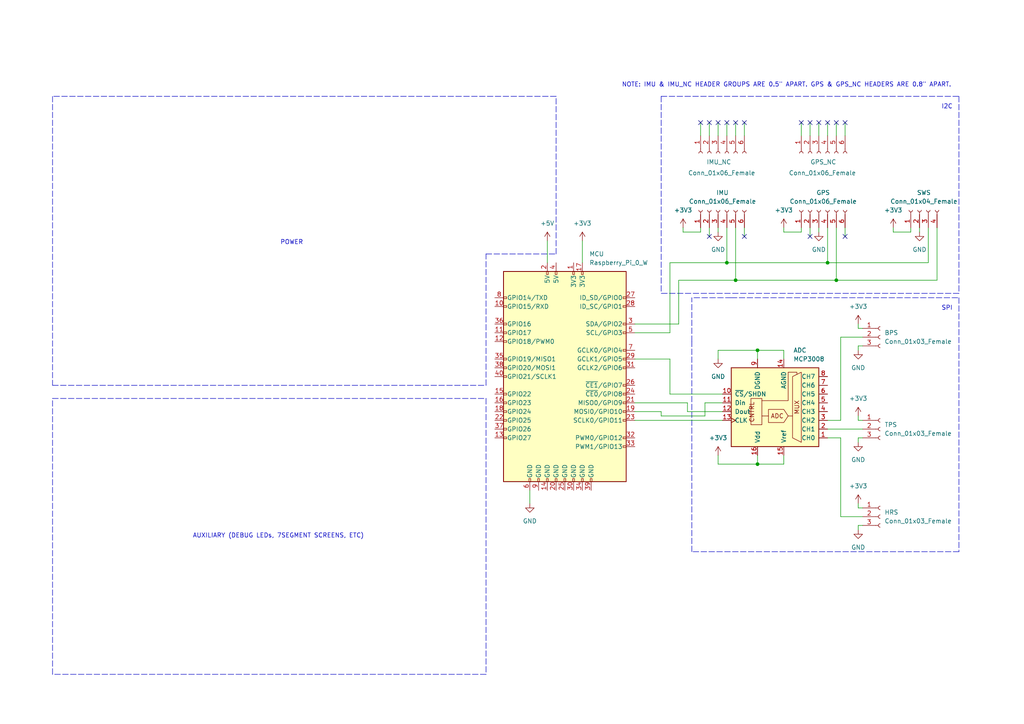
<source format=kicad_sch>
(kicad_sch (version 20211123) (generator eeschema)
  (paper "A4")
  (lib_symbols
    (symbol "Analog_ADC:MCP3008" (pin_names (offset 1.016))
      (property "Reference" "U" (at -5.08 13.335 0))
      (property "Value" "MCP3008" (at -5.08 11.43 0))
      (symbol "MCP3008_0_0"
        (text "ADC" (at -0.635 1.27 0) (effects (font (size 1.27 1.27))))
        (text "CNTRL" (at 5.969 -2.921 900) (effects (font (size 1.27 1.27)) (justify left bottom)))
        (text "MUX" (at -6.35 -1.27 900) (effects (font (size 1.27 1.27))))
      )
      (symbol "MCP3008_0_1"
        (polyline (pts (xy -3.81 1.27) (xy -5.08 1.27)))
        (polyline (pts (xy 1.905 1.27) (xy 3.81 1.27)))
        (polyline (pts (xy -7.62 8.89) (xy -7.62 -11.43) (xy -5.08 -10.16) (xy -5.08 7.62) (xy -7.62 8.89)))
        (polyline (pts (xy 3.81 -3.175) (xy -3.81 -3.175) (xy -3.81 -11.43) (xy -6.35 -11.43) (xy -6.35 -10.795)))
        (polyline (pts (xy 1.905 3.175) (xy 1.905 -0.635) (xy -2.54 -0.635) (xy -3.81 1.27) (xy -2.54 3.175) (xy 1.905 3.175)))
        (rectangle (start 3.81 -3.81) (end 6.985 3.81))
        (rectangle (start 12.7 -12.7) (end -12.7 10.16) (stroke (width 0.254)) (fill (type background)))
      )
      (symbol "MCP3008_1_1"
        (pin input line (at -15.24 7.62 0) (length 2.54) (name "CH0") (number "1"))
        (pin input line (at 15.24 -5.08 180) (length 2.54) (name "~{CS}/SHDN") (number "10"))
        (pin input line (at 15.24 -2.54 180) (length 2.54) (name "Din") (number "11"))
        (pin output line (at 15.24 0 180) (length 2.54) (name "Dout") (number "12"))
        (pin input clock (at 15.24 2.54 180) (length 2.54) (name "CLK") (number "13"))
        (pin power_in line (at -2.54 -15.24 90) (length 2.54) (name "AGND") (number "14"))
        (pin power_in line (at -2.54 12.7 270) (length 2.54) (name "Vref") (number "15"))
        (pin power_in line (at 5.08 12.7 270) (length 2.54) (name "Vdd") (number "16"))
        (pin input line (at -15.24 5.08 0) (length 2.54) (name "CH1") (number "2"))
        (pin input line (at -15.24 2.54 0) (length 2.54) (name "CH2") (number "3"))
        (pin input line (at -15.24 0 0) (length 2.54) (name "CH3") (number "4"))
        (pin input line (at -15.24 -2.54 0) (length 2.54) (name "CH4") (number "5"))
        (pin input line (at -15.24 -5.08 0) (length 2.54) (name "CH5") (number "6"))
        (pin input line (at -15.24 -7.62 0) (length 2.54) (name "CH6") (number "7"))
        (pin input line (at -15.24 -10.16 0) (length 2.54) (name "CH7") (number "8"))
        (pin power_in line (at 5.08 -15.24 90) (length 2.54) (name "DGND") (number "9"))
      )
    )
    (symbol "Connector:Conn_01x03_Female" (pin_names (offset 1.016) hide)
      (property "Reference" "J" (at 0 5.08 0))
      (property "Value" "Conn_01x03_Female" (at 0 -5.08 0))
      (symbol "Conn_01x03_Female_1_1"
        (arc (start 0 -2.032) (mid -0.508 -2.54) (end 0 -3.048) (stroke (width 0.1524)))
        (polyline (pts (xy -1.27 -2.54) (xy -0.508 -2.54)) (stroke (width 0.1524)))
        (polyline (pts (xy -1.27 0) (xy -0.508 0)) (stroke (width 0.1524)))
        (polyline (pts (xy -1.27 2.54) (xy -0.508 2.54)) (stroke (width 0.1524)))
        (arc (start 0 0.508) (mid -0.508 0) (end 0 -0.508) (stroke (width 0.1524)))
        (arc (start 0 3.048) (mid -0.508 2.54) (end 0 2.032) (stroke (width 0.1524)))
        (pin passive line (at -5.08 2.54 0) (length 3.81) (name "Pin_1") (number "1"))
        (pin passive line (at -5.08 0 0) (length 3.81) (name "Pin_2") (number "2"))
        (pin passive line (at -5.08 -2.54 0) (length 3.81) (name "Pin_3") (number "3"))
      )
    )
    (symbol "Connector:Conn_01x04_Female" (pin_names (offset 1.016) hide)
      (property "Reference" "J" (at 0 5.08 0))
      (property "Value" "Conn_01x04_Female" (at 0 -7.62 0))
      (symbol "Conn_01x04_Female_1_1"
        (arc (start 0 -4.572) (mid -0.508 -5.08) (end 0 -5.588) (stroke (width 0.1524)))
        (arc (start 0 -2.032) (mid -0.508 -2.54) (end 0 -3.048) (stroke (width 0.1524)))
        (polyline (pts (xy -1.27 -5.08) (xy -0.508 -5.08)) (stroke (width 0.1524)))
        (polyline (pts (xy -1.27 -2.54) (xy -0.508 -2.54)) (stroke (width 0.1524)))
        (polyline (pts (xy -1.27 0) (xy -0.508 0)) (stroke (width 0.1524)))
        (polyline (pts (xy -1.27 2.54) (xy -0.508 2.54)) (stroke (width 0.1524)))
        (arc (start 0 0.508) (mid -0.508 0) (end 0 -0.508) (stroke (width 0.1524)))
        (arc (start 0 3.048) (mid -0.508 2.54) (end 0 2.032) (stroke (width 0.1524)))
        (pin passive line (at -5.08 2.54 0) (length 3.81) (name "Pin_1") (number "1"))
        (pin passive line (at -5.08 0 0) (length 3.81) (name "Pin_2") (number "2"))
        (pin passive line (at -5.08 -2.54 0) (length 3.81) (name "Pin_3") (number "3"))
        (pin passive line (at -5.08 -5.08 0) (length 3.81) (name "Pin_4") (number "4"))
      )
    )
    (symbol "Connector:Conn_01x06_Female" (pin_names (offset 1.016) hide)
      (property "Reference" "J" (at 0 7.62 0))
      (property "Value" "Conn_01x06_Female" (at 0 -10.16 0))
      (symbol "Conn_01x06_Female_1_1"
        (arc (start 0 -7.112) (mid -0.508 -7.62) (end 0 -8.128) (stroke (width 0.1524)))
        (arc (start 0 -4.572) (mid -0.508 -5.08) (end 0 -5.588) (stroke (width 0.1524)))
        (arc (start 0 -2.032) (mid -0.508 -2.54) (end 0 -3.048) (stroke (width 0.1524)))
        (polyline (pts (xy -1.27 -7.62) (xy -0.508 -7.62)) (stroke (width 0.1524)))
        (polyline (pts (xy -1.27 -5.08) (xy -0.508 -5.08)) (stroke (width 0.1524)))
        (polyline (pts (xy -1.27 -2.54) (xy -0.508 -2.54)) (stroke (width 0.1524)))
        (polyline (pts (xy -1.27 0) (xy -0.508 0)) (stroke (width 0.1524)))
        (polyline (pts (xy -1.27 2.54) (xy -0.508 2.54)) (stroke (width 0.1524)))
        (polyline (pts (xy -1.27 5.08) (xy -0.508 5.08)) (stroke (width 0.1524)))
        (arc (start 0 0.508) (mid -0.508 0) (end 0 -0.508) (stroke (width 0.1524)))
        (arc (start 0 3.048) (mid -0.508 2.54) (end 0 2.032) (stroke (width 0.1524)))
        (arc (start 0 5.588) (mid -0.508 5.08) (end 0 4.572) (stroke (width 0.1524)))
        (pin passive line (at -5.08 5.08 0) (length 3.81) (name "Pin_1") (number "1"))
        (pin passive line (at -5.08 2.54 0) (length 3.81) (name "Pin_2") (number "2"))
        (pin passive line (at -5.08 0 0) (length 3.81) (name "Pin_3") (number "3"))
        (pin passive line (at -5.08 -2.54 0) (length 3.81) (name "Pin_4") (number "4"))
        (pin passive line (at -5.08 -5.08 0) (length 3.81) (name "Pin_5") (number "5"))
        (pin passive line (at -5.08 -7.62 0) (length 3.81) (name "Pin_6") (number "6"))
      )
    )
    (symbol "Connector:Raspberry_Pi_2_3" (pin_names (offset 1.016))
      (property "Reference" "J" (at -17.78 31.75 0))
      (property "Value" "Raspberry_Pi_2_3" (at 10.16 -31.75 0))
      (symbol "Raspberry_Pi_2_3_0_1"
        (rectangle (start -17.78 30.48) (end 17.78 -30.48) (stroke (width 0.254)) (fill (type background)))
      )
      (symbol "Raspberry_Pi_2_3_1_1"
        (rectangle (start -16.891 -17.526) (end -17.78 -18.034))
        (rectangle (start -16.891 -14.986) (end -17.78 -15.494))
        (rectangle (start -16.891 -12.446) (end -17.78 -12.954))
        (rectangle (start -16.891 -9.906) (end -17.78 -10.414))
        (rectangle (start -16.891 -7.366) (end -17.78 -7.874))
        (rectangle (start -16.891 -4.826) (end -17.78 -5.334))
        (rectangle (start -16.891 0.254) (end -17.78 -0.254))
        (rectangle (start -16.891 2.794) (end -17.78 2.286))
        (rectangle (start -16.891 5.334) (end -17.78 4.826))
        (rectangle (start -16.891 10.414) (end -17.78 9.906))
        (rectangle (start -16.891 12.954) (end -17.78 12.446))
        (rectangle (start -16.891 15.494) (end -17.78 14.986))
        (rectangle (start -16.891 20.574) (end -17.78 20.066))
        (rectangle (start -16.891 23.114) (end -17.78 22.606))
        (rectangle (start -10.414 -29.591) (end -9.906 -30.48))
        (rectangle (start -7.874 -29.591) (end -7.366 -30.48))
        (rectangle (start -5.334 -29.591) (end -4.826 -30.48))
        (rectangle (start -5.334 30.48) (end -4.826 29.591))
        (rectangle (start -2.794 -29.591) (end -2.286 -30.48))
        (rectangle (start -2.794 30.48) (end -2.286 29.591))
        (rectangle (start -0.254 -29.591) (end 0.254 -30.48))
        (rectangle (start 2.286 -29.591) (end 2.794 -30.48))
        (rectangle (start 2.286 30.48) (end 2.794 29.591))
        (rectangle (start 4.826 -29.591) (end 5.334 -30.48))
        (rectangle (start 4.826 30.48) (end 5.334 29.591))
        (rectangle (start 7.366 -29.591) (end 7.874 -30.48))
        (rectangle (start 17.78 -20.066) (end 16.891 -20.574))
        (rectangle (start 17.78 -17.526) (end 16.891 -18.034))
        (rectangle (start 17.78 -12.446) (end 16.891 -12.954))
        (rectangle (start 17.78 -9.906) (end 16.891 -10.414))
        (rectangle (start 17.78 -7.366) (end 16.891 -7.874))
        (rectangle (start 17.78 -4.826) (end 16.891 -5.334))
        (rectangle (start 17.78 -2.286) (end 16.891 -2.794))
        (rectangle (start 17.78 2.794) (end 16.891 2.286))
        (rectangle (start 17.78 5.334) (end 16.891 4.826))
        (rectangle (start 17.78 7.874) (end 16.891 7.366))
        (rectangle (start 17.78 12.954) (end 16.891 12.446))
        (rectangle (start 17.78 15.494) (end 16.891 14.986))
        (rectangle (start 17.78 20.574) (end 16.891 20.066))
        (rectangle (start 17.78 23.114) (end 16.891 22.606))
        (pin power_in line (at 2.54 33.02 270) (length 2.54) (name "3V3") (number "1"))
        (pin bidirectional line (at -20.32 20.32 0) (length 2.54) (name "GPIO15/RXD") (number "10"))
        (pin bidirectional line (at -20.32 12.7 0) (length 2.54) (name "GPIO17") (number "11"))
        (pin bidirectional line (at -20.32 10.16 0) (length 2.54) (name "GPIO18/PWM0") (number "12"))
        (pin bidirectional line (at -20.32 -17.78 0) (length 2.54) (name "GPIO27") (number "13"))
        (pin power_in line (at -5.08 -33.02 90) (length 2.54) (name "GND") (number "14"))
        (pin bidirectional line (at -20.32 -5.08 0) (length 2.54) (name "GPIO22") (number "15"))
        (pin bidirectional line (at -20.32 -7.62 0) (length 2.54) (name "GPIO23") (number "16"))
        (pin power_in line (at 5.08 33.02 270) (length 2.54) (name "3V3") (number "17"))
        (pin bidirectional line (at -20.32 -10.16 0) (length 2.54) (name "GPIO24") (number "18"))
        (pin bidirectional line (at 20.32 -10.16 180) (length 2.54) (name "MOSI0/GPIO10") (number "19"))
        (pin power_in line (at -5.08 33.02 270) (length 2.54) (name "5V") (number "2"))
        (pin power_in line (at -2.54 -33.02 90) (length 2.54) (name "GND") (number "20"))
        (pin bidirectional line (at 20.32 -7.62 180) (length 2.54) (name "MISO0/GPIO9") (number "21"))
        (pin bidirectional line (at -20.32 -12.7 0) (length 2.54) (name "GPIO25") (number "22"))
        (pin bidirectional line (at 20.32 -12.7 180) (length 2.54) (name "SCLK0/GPIO11") (number "23"))
        (pin bidirectional line (at 20.32 -5.08 180) (length 2.54) (name "~{CE0}/GPIO8") (number "24"))
        (pin power_in line (at 0 -33.02 90) (length 2.54) (name "GND") (number "25"))
        (pin bidirectional line (at 20.32 -2.54 180) (length 2.54) (name "~{CE1}/GPIO7") (number "26"))
        (pin bidirectional line (at 20.32 22.86 180) (length 2.54) (name "ID_SD/GPIO0") (number "27"))
        (pin bidirectional line (at 20.32 20.32 180) (length 2.54) (name "ID_SC/GPIO1") (number "28"))
        (pin bidirectional line (at 20.32 5.08 180) (length 2.54) (name "GCLK1/GPIO5") (number "29"))
        (pin bidirectional line (at 20.32 15.24 180) (length 2.54) (name "SDA/GPIO2") (number "3"))
        (pin power_in line (at 2.54 -33.02 90) (length 2.54) (name "GND") (number "30"))
        (pin bidirectional line (at 20.32 2.54 180) (length 2.54) (name "GCLK2/GPIO6") (number "31"))
        (pin bidirectional line (at 20.32 -17.78 180) (length 2.54) (name "PWM0/GPIO12") (number "32"))
        (pin bidirectional line (at 20.32 -20.32 180) (length 2.54) (name "PWM1/GPIO13") (number "33"))
        (pin power_in line (at 5.08 -33.02 90) (length 2.54) (name "GND") (number "34"))
        (pin bidirectional line (at -20.32 5.08 0) (length 2.54) (name "GPIO19/MISO1") (number "35"))
        (pin bidirectional line (at -20.32 15.24 0) (length 2.54) (name "GPIO16") (number "36"))
        (pin bidirectional line (at -20.32 -15.24 0) (length 2.54) (name "GPIO26") (number "37"))
        (pin bidirectional line (at -20.32 2.54 0) (length 2.54) (name "GPIO20/MOSI1") (number "38"))
        (pin power_in line (at 7.62 -33.02 90) (length 2.54) (name "GND") (number "39"))
        (pin power_in line (at -2.54 33.02 270) (length 2.54) (name "5V") (number "4"))
        (pin bidirectional line (at -20.32 0 0) (length 2.54) (name "GPIO21/SCLK1") (number "40"))
        (pin bidirectional line (at 20.32 12.7 180) (length 2.54) (name "SCL/GPIO3") (number "5"))
        (pin power_in line (at -10.16 -33.02 90) (length 2.54) (name "GND") (number "6"))
        (pin bidirectional line (at 20.32 7.62 180) (length 2.54) (name "GCLK0/GPIO4") (number "7"))
        (pin bidirectional line (at -20.32 22.86 0) (length 2.54) (name "GPIO14/TXD") (number "8"))
        (pin power_in line (at -7.62 -33.02 90) (length 2.54) (name "GND") (number "9"))
      )
    )
    (symbol "power:+3V3" (power) (pin_names (offset 0))
      (property "Value" "+3V3" (at 0 3.556 0))
      (symbol "+3V3_0_1"
        (polyline (pts (xy -0.762 1.27) (xy 0 2.54)))
        (polyline (pts (xy 0 0) (xy 0 2.54)))
        (polyline (pts (xy 0 2.54) (xy 0.762 1.27)))
      )
      (symbol "+3V3_1_1"
        (pin power_in line (at 0 0 90) (length 0) hide (name "+3V3") (number "1"))
      )
    )
    (symbol "power:+5V" (power) (pin_names (offset 0))
      (property "Value" "+5V" (at 0 3.556 0))
      (symbol "+5V_0_1"
        (polyline (pts (xy -0.762 1.27) (xy 0 2.54)))
        (polyline (pts (xy 0 0) (xy 0 2.54)))
        (polyline (pts (xy 0 2.54) (xy 0.762 1.27)))
      )
      (symbol "+5V_1_1"
        (pin power_in line (at 0 0 90) (length 0) hide (name "+5V") (number "1"))
      )
    )
    (symbol "power:GND" (power) (pin_names (offset 0))
      (property "Value" "GND" (at 0 -3.81 0))
      (symbol "GND_0_1"
        (polyline (pts (xy 0 0) (xy 0 -1.27) (xy 1.27 -1.27) (xy 0 -2.54) (xy -1.27 -1.27) (xy 0 -1.27)))
      )
      (symbol "GND_1_1"
        (pin power_in line (at 0 0 270) (length 0) hide (name "GND") (number "1"))
      )
    )
  )
  (junction (at 240.03 76.2))
  (junction (at 213.36 81.28))
  (junction (at 242.57 81.28))
  (junction (at 219.71 101.6))
  (junction (at 210.82 76.2))
  (junction (at 219.71 134.62))
  (no_connect (at 215.9 68.58))
  (no_connect (at 205.74 68.58))
  (no_connect (at 234.95 68.58))
  (no_connect (at 203.2 35.56))
  (no_connect (at 205.74 35.56))
  (no_connect (at 232.41 35.56))
  (no_connect (at 234.95 35.56))
  (no_connect (at 245.11 68.58))
  (no_connect (at 208.28 35.56))
  (no_connect (at 210.82 35.56))
  (no_connect (at 213.36 35.56))
  (no_connect (at 215.9 35.56))
  (no_connect (at 237.49 35.56))
  (no_connect (at 240.03 35.56))
  (no_connect (at 242.57 35.56))
  (no_connect (at 245.11 35.56))
  (wire (pts (xy 210.82 76.2) (xy 240.03 76.2)))
  (wire (pts (xy 269.24 66.04) (xy 269.24 76.2)))
  (wire (pts (xy 237.49 66.04) (xy 237.49 67.31)))
  (polyline (pts (xy 15.24 111.76) (xy 140.97 111.76)))
  (wire (pts (xy 242.57 81.28) (xy 271.78 81.28)))
  (wire (pts (xy 248.92 128.27) (xy 248.92 127)))
  (polyline (pts (xy 15.24 27.94) (xy 15.24 111.76)))
  (wire (pts (xy 208.28 35.56) (xy 208.28 39.37)))
  (wire (pts (xy 198.12 67.31) (xy 203.2 67.31)))
  (wire (pts (xy 232.41 35.56) (xy 232.41 39.37)))
  (wire (pts (xy 184.15 93.98) (xy 196.85 93.98)))
  (wire (pts (xy 232.41 66.04) (xy 232.41 67.31)))
  (wire (pts (xy 271.78 66.04) (xy 271.78 81.28)))
  (polyline (pts (xy 191.77 27.94) (xy 278.13 27.94)))
  (wire (pts (xy 248.92 127) (xy 250.19 127)))
  (wire (pts (xy 227.33 67.31) (xy 232.41 67.31)))
  (wire (pts (xy 243.84 149.86) (xy 250.19 149.86)))
  (wire (pts (xy 204.47 120.65) (xy 204.47 116.84)))
  (wire (pts (xy 203.2 35.56) (xy 203.2 39.37)))
  (wire (pts (xy 210.82 66.04) (xy 210.82 76.2)))
  (wire (pts (xy 158.75 69.85) (xy 158.75 76.2)))
  (wire (pts (xy 219.71 101.6) (xy 219.71 104.14)))
  (polyline (pts (xy 278.13 85.09) (xy 191.77 85.09)))
  (wire (pts (xy 213.36 81.28) (xy 242.57 81.28)))
  (wire (pts (xy 248.92 147.32) (xy 250.19 147.32)))
  (wire (pts (xy 205.74 66.04) (xy 205.74 68.58)))
  (wire (pts (xy 210.82 35.56) (xy 210.82 39.37)))
  (wire (pts (xy 208.28 134.62) (xy 219.71 134.62)))
  (wire (pts (xy 199.39 116.84) (xy 184.15 116.84)))
  (wire (pts (xy 227.33 132.08) (xy 227.33 134.62)))
  (polyline (pts (xy 200.66 160.02) (xy 200.66 99.06)))
  (wire (pts (xy 242.57 35.56) (xy 242.57 39.37)))
  (wire (pts (xy 259.08 67.31) (xy 264.16 67.31)))
  (wire (pts (xy 259.08 66.04) (xy 259.08 67.31)))
  (wire (pts (xy 198.12 66.04) (xy 198.12 67.31)))
  (wire (pts (xy 248.92 120.65) (xy 248.92 121.92)))
  (polyline (pts (xy 140.97 73.66) (xy 161.29 73.66)))
  (wire (pts (xy 219.71 134.62) (xy 227.33 134.62)))
  (wire (pts (xy 196.85 81.28) (xy 196.85 93.98)))
  (wire (pts (xy 168.91 69.85) (xy 168.91 76.2)))
  (wire (pts (xy 237.49 35.56) (xy 237.49 39.37)))
  (wire (pts (xy 248.92 152.4) (xy 248.92 153.67)))
  (wire (pts (xy 196.85 81.28) (xy 213.36 81.28)))
  (polyline (pts (xy 140.97 111.76) (xy 140.97 73.66)))
  (wire (pts (xy 199.39 119.38) (xy 199.39 116.84)))
  (wire (pts (xy 227.33 66.04) (xy 227.33 67.31)))
  (wire (pts (xy 242.57 66.04) (xy 242.57 81.28)))
  (wire (pts (xy 208.28 66.04) (xy 208.28 67.31)))
  (wire (pts (xy 194.31 104.14) (xy 184.15 104.14)))
  (wire (pts (xy 191.77 120.65) (xy 204.47 120.65)))
  (wire (pts (xy 240.03 35.56) (xy 240.03 39.37)))
  (wire (pts (xy 243.84 127) (xy 243.84 149.86)))
  (wire (pts (xy 203.2 66.04) (xy 203.2 67.31)))
  (wire (pts (xy 213.36 35.56) (xy 213.36 39.37)))
  (wire (pts (xy 245.11 66.04) (xy 245.11 68.58)))
  (polyline (pts (xy 278.13 160.02) (xy 200.66 160.02)))
  (wire (pts (xy 227.33 101.6) (xy 227.33 104.14)))
  (wire (pts (xy 248.92 146.05) (xy 248.92 147.32)))
  (polyline (pts (xy 278.13 86.36) (xy 278.13 160.02)))
  (polyline (pts (xy 15.24 115.57) (xy 140.97 115.57)))
  (wire (pts (xy 194.31 76.2) (xy 210.82 76.2)))
  (polyline (pts (xy 140.97 195.58) (xy 15.24 195.58)))
  (wire (pts (xy 208.28 134.62) (xy 208.28 132.08)))
  (wire (pts (xy 219.71 132.08) (xy 219.71 134.62)))
  (polyline (pts (xy 15.24 195.58) (xy 15.24 115.57)))
  (wire (pts (xy 215.9 66.04) (xy 215.9 68.58)))
  (wire (pts (xy 240.03 124.46) (xy 250.19 124.46)))
  (wire (pts (xy 184.15 96.52) (xy 194.31 96.52)))
  (polyline (pts (xy 191.77 27.94) (xy 191.77 85.09)))
  (wire (pts (xy 240.03 76.2) (xy 269.24 76.2)))
  (wire (pts (xy 208.28 101.6) (xy 219.71 101.6)))
  (wire (pts (xy 209.55 114.3) (xy 194.31 114.3)))
  (wire (pts (xy 243.84 121.92) (xy 240.03 121.92)))
  (wire (pts (xy 194.31 114.3) (xy 194.31 104.14)))
  (polyline (pts (xy 200.66 99.06) (xy 200.66 86.36)))
  (wire (pts (xy 184.15 119.38) (xy 191.77 119.38)))
  (wire (pts (xy 204.47 116.84) (xy 209.55 116.84)))
  (wire (pts (xy 219.71 101.6) (xy 227.33 101.6)))
  (polyline (pts (xy 140.97 115.57) (xy 140.97 195.58)))
  (wire (pts (xy 248.92 121.92) (xy 250.19 121.92)))
  (polyline (pts (xy 161.29 73.66) (xy 161.29 27.94)))
  (polyline (pts (xy 278.13 27.94) (xy 278.13 85.09)))
  (wire (pts (xy 153.67 142.24) (xy 153.67 146.05)))
  (wire (pts (xy 250.19 152.4) (xy 248.92 152.4)))
  (polyline (pts (xy 212.09 86.36) (xy 200.66 86.36)))
  (wire (pts (xy 213.36 66.04) (xy 213.36 81.28)))
  (wire (pts (xy 240.03 127) (xy 243.84 127)))
  (wire (pts (xy 240.03 66.04) (xy 240.03 76.2)))
  (wire (pts (xy 245.11 35.56) (xy 245.11 39.37)))
  (wire (pts (xy 208.28 104.14) (xy 208.28 101.6)))
  (wire (pts (xy 209.55 119.38) (xy 199.39 119.38)))
  (wire (pts (xy 191.77 119.38) (xy 191.77 120.65)))
  (wire (pts (xy 248.92 93.98) (xy 248.92 95.25)))
  (wire (pts (xy 234.95 35.56) (xy 234.95 39.37)))
  (wire (pts (xy 243.84 97.79) (xy 243.84 121.92)))
  (wire (pts (xy 250.19 100.33) (xy 248.92 100.33)))
  (wire (pts (xy 234.95 66.04) (xy 234.95 68.58)))
  (wire (pts (xy 215.9 35.56) (xy 215.9 39.37)))
  (wire (pts (xy 184.15 121.92) (xy 209.55 121.92)))
  (wire (pts (xy 205.74 35.56) (xy 205.74 39.37)))
  (polyline (pts (xy 212.09 86.36) (xy 278.13 86.36)))
  (wire (pts (xy 248.92 95.25) (xy 250.19 95.25)))
  (wire (pts (xy 266.7 66.04) (xy 266.7 67.31)))
  (wire (pts (xy 250.19 97.79) (xy 243.84 97.79)))
  (wire (pts (xy 264.16 66.04) (xy 264.16 67.31)))
  (polyline (pts (xy 161.29 27.94) (xy 15.24 27.94)))
  (wire (pts (xy 248.92 100.33) (xy 248.92 101.6)))
  (wire (pts (xy 194.31 76.2) (xy 194.31 96.52)))
  (text "SPI" (at 273.05 90.17 0) (effects (font (size 1.27 1.27)) (justify left bottom)))
  (text "NOTE: IMU & IMU_NC HEADER GROUPS ARE 0.5\" APART. GPS & GPS_NC HEADERS ARE 0.8\" APART." (at 180.34 25.4 0) (effects (font (size 1.27 1.27)) (justify left bottom)))
  (text "I2C" (at 273.05 31.75 0) (effects (font (size 1.27 1.27)) (justify left bottom)))
  (text "POWER" (at 81.28 71.12 0) (effects (font (size 1.27 1.27)) (justify left bottom)))
  (text "AUXILIARY (DEBUG LEDs, 7SEGMENT SCREENS, ETC)" (at 55.88 156.21 0) (effects (font (size 1.27 1.27)) (justify left bottom)))
  (symbol (lib_id "Connector:Conn_01x06_Female") (at 237.49 44.45 90) (mirror x) (unit 1)
    (property "Reference" "GPS_NC" (at 242.57 46.99 90) (effects (justify left)))
    (property "Value" "Conn_01x06_Female" (at 248.285 50.1649 90) (effects (justify left)))
    (property "Footprint" "Connector_PinSocket_2.54mm:PinSocket_1x06_P2.54mm_Vertical" (effects hide))
  )
  (symbol (lib_id "power:+3V3") (at 227.33 66.04 0) (unit 1)
    (property "Reference" "#PWR?" (effects hide))
    (property "Value" "+3V3" (at 227.33 60.96 0))
  )
  (symbol (lib_id "Connector:Conn_01x03_Female") (at 255.27 124.46 0) (unit 1)
    (property "Reference" "TPS" (at 256.54 123.1899 0) (effects (justify left)))
    (property "Value" "Conn_01x03_Female" (at 256.54 125.7299 0) (effects (justify left)))
    (property "Footprint" "Connector_Molex:Molex_Micro-Latch_53254-0370_1x03_P2.00mm_Horizontal" (effects hide))
  )
  (symbol (lib_id "Connector:Raspberry_Pi_2_3") (at 163.83 109.22 0) (unit 1)
    (property "Reference" "MCU" (at 170.9294 73.66 0) (effects (justify left)))
    (property "Value" "Raspberry_Pi_0_W" (at 170.9294 76.2 0) (effects (justify left)))
    (property "Footprint" "Connector_PinHeader_2.54mm:PinHeader_2x20_P2.54mm_Vertical" (effects hide))
    (property "Datasheet" "https://www.raspberrypi.org/documentation/hardware/raspberrypi/schematics/rpi_SCH_3bplus_1p0_reduced.pdf" (effects hide))
  )
  (symbol (lib_id "power:GND") (at 208.28 104.14 0) (unit 1)
    (property "Reference" "#PWR?" (effects hide))
    (property "Value" "GND" (at 208.28 109.22 0))
  )
  (symbol (lib_id "Analog_ADC:MCP3008") (at 224.79 119.38 180) (unit 1)
    (property "Reference" "ADC" (at 230.0987 101.6 0) (effects (justify right)))
    (property "Value" "MCP3008" (at 230.0987 104.14 0) (effects (justify right)))
    (property "Footprint" "Package_DIP:DIP-16_W7.62mm" (effects hide))
    (property "Datasheet" "http://ww1.microchip.com/downloads/en/DeviceDoc/21295d.pdf" (effects hide))
  )
  (symbol (lib_id "power:+3V3") (at 168.91 69.85 0) (unit 1)
    (property "Reference" "#PWR?" (effects hide))
    (property "Value" "+3V3" (at 168.91 64.77 0))
  )
  (symbol (lib_id "Connector:Conn_01x06_Female") (at 237.49 60.96 90) (unit 1)
    (property "Reference" "GPS" (at 238.76 55.88 90))
    (property "Value" "Conn_01x06_Female" (at 238.76 58.42 90))
    (property "Footprint" "Connector_PinSocket_2.54mm:PinSocket_1x06_P2.54mm_Vertical" (effects hide))
  )
  (symbol (lib_id "Connector:Conn_01x06_Female") (at 208.28 60.96 90) (unit 1)
    (property "Reference" "IMU" (at 209.55 55.88 90))
    (property "Value" "Conn_01x06_Female" (at 209.55 58.42 90))
    (property "Footprint" "Connector_PinSocket_2.54mm:PinSocket_1x06_P2.54mm_Vertical" (effects hide))
  )
  (symbol (lib_id "Connector:Conn_01x04_Female") (at 266.7 60.96 90) (unit 1)
    (property "Reference" "SWS" (at 267.97 55.88 90))
    (property "Value" "Conn_01x04_Female" (at 267.97 58.42 90))
    (property "Footprint" "Connector_JST:JST_PH_S4B-PH-K_1x04_P2.00mm_Horizontal" (effects hide))
  )
  (symbol (lib_id "power:GND") (at 153.67 146.05 0) (unit 1)
    (property "Reference" "#PWR?" (effects hide))
    (property "Value" "GND" (at 153.67 151.13 0))
  )
  (symbol (lib_id "power:GND") (at 266.7 67.31 0) (unit 1)
    (property "Reference" "#PWR?" (effects hide))
    (property "Value" "GND" (at 266.7 72.39 0))
  )
  (symbol (lib_id "power:GND") (at 248.92 153.67 0) (unit 1)
    (property "Reference" "#PWR?" (effects hide))
    (property "Value" "GND" (at 248.92 158.75 0))
  )
  (symbol (lib_id "power:+3V3") (at 248.92 93.98 0) (unit 1)
    (property "Reference" "#PWR?" (effects hide))
    (property "Value" "+3V3" (at 248.92 88.9 0))
  )
  (symbol (lib_id "power:+3V3") (at 248.92 120.65 0) (unit 1)
    (property "Reference" "#PWR?" (effects hide))
    (property "Value" "+3V3" (at 248.92 115.57 0))
  )
  (symbol (lib_id "power:GND") (at 237.49 67.31 0) (unit 1)
    (property "Reference" "#PWR?" (effects hide))
    (property "Value" "GND" (at 237.49 72.39 0))
  )
  (symbol (lib_id "power:GND") (at 248.92 101.6 0) (unit 1)
    (property "Reference" "#PWR?" (effects hide))
    (property "Value" "GND" (at 248.92 106.68 0))
  )
  (symbol (lib_id "power:+5V") (at 158.75 69.85 0) (unit 1)
    (property "Reference" "#PWR?" (effects hide))
    (property "Value" "+5V" (at 158.75 64.77 0))
  )
  (symbol (lib_id "Connector:Conn_01x03_Female") (at 255.27 97.79 0) (unit 1)
    (property "Reference" "BPS" (at 256.54 96.5199 0) (effects (justify left)))
    (property "Value" "Conn_01x03_Female" (at 256.54 99.0599 0) (effects (justify left)))
    (property "Footprint" "Connector_Molex:Molex_Micro-Latch_53254-0370_1x03_P2.00mm_Horizontal" (effects hide))
  )
  (symbol (lib_id "power:+3V3") (at 198.12 66.04 0) (unit 1)
    (property "Reference" "#PWR?" (effects hide))
    (property "Value" "+3V3" (at 198.12 60.96 0))
  )
  (symbol (lib_id "power:+3V3") (at 208.28 132.08 0) (unit 1)
    (property "Reference" "#PWR?" (effects hide))
    (property "Value" "+3V3" (at 208.28 127 0))
  )
  (symbol (lib_id "Connector:Conn_01x06_Female") (at 208.28 44.45 90) (mirror x) (unit 1)
    (property "Reference" "IMU_NC" (at 212.09 46.99 90) (effects (justify left)))
    (property "Value" "Conn_01x06_Female" (at 219.075 50.1649 90) (effects (justify left)))
    (property "Footprint" "Connector_PinSocket_2.54mm:PinSocket_1x06_P2.54mm_Vertical" (effects hide))
  )
  (symbol (lib_id "power:+3V3") (at 248.92 146.05 0) (unit 1)
    (property "Reference" "#PWR?" (effects hide))
    (property "Value" "+3V3" (at 248.92 140.97 0))
  )
  (symbol (lib_id "power:GND") (at 208.28 67.31 0) (unit 1)
    (property "Reference" "#PWR?" (effects hide))
    (property "Value" "GND" (at 208.28 72.39 0))
  )
  (symbol (lib_id "power:GND") (at 248.92 128.27 0) (unit 1)
    (property "Reference" "#PWR?" (effects hide))
    (property "Value" "GND" (at 248.92 133.35 0))
  )
  (symbol (lib_id "power:+3V3") (at 259.08 66.04 0) (unit 1)
    (property "Reference" "#PWR?" (effects hide))
    (property "Value" "+3V3" (at 259.08 60.96 0))
  )
  (symbol (lib_id "Connector:Conn_01x03_Female") (at 255.27 149.86 0) (unit 1)
    (property "Reference" "HRS" (at 256.54 148.5899 0) (effects (justify left)))
    (property "Value" "Conn_01x03_Female" (at 256.54 151.1299 0) (effects (justify left)))
    (property "Footprint" "Connector_Molex:Molex_Micro-Latch_53254-0370_1x03_P2.00mm_Horizontal" (effects hide))
  )
)
</source>
